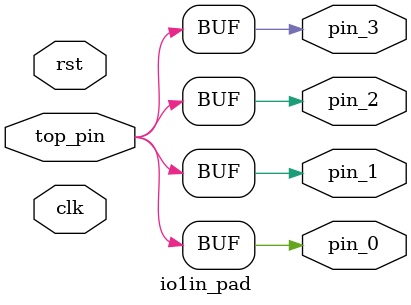
<source format=v>
/* verilator lint_off UNOPTFLAT */
//Module: pullresistor defined externally


module corebit_const #(parameter value=1) (
  output out
);
  assign out = value;

endmodule //corebit_const

module corebit_mux (
  input in0,
  input in1,
  input sel,
  output out
);
  assign out = sel ? in1 : in0;

endmodule //corebit_mux

module corebit_reg #(parameter clk_posedge=1, parameter init=1) (
  input clk,
  input in,
  output out
);
reg outReg = init;
always @(posedge clk) begin
  outReg <= in;
end
assign out = outReg;

endmodule //corebit_reg

module corebit_concat (
  input in0,
  input in1,
  output [1:0] out
);
  assign out = {in0, in1};

endmodule //corebit_concat

module corebit_xor (
  input in0,
  input in1,
  output out
);
  assign out = in0 ^ in1;

endmodule //corebit_xor

module corebit_reg_arst #(parameter arst_posedge=1, parameter clk_posedge=1, parameter init=1) (
  input clk,
  input in,
  input arst,
  output out
);
reg outReg;
wire real_rst;
assign real_rst = arst_posedge ? arst : ~arst;
wire real_clk;
assign real_clk = clk_posedge ? clk : ~clk;
always @(posedge real_clk, posedge real_rst) begin
  if (real_rst) outReg <= init;
  else outReg <= in;
end
assign out = outReg;

endmodule //corebit_reg_arst

module corebit_term (
  input in
);


endmodule //corebit_term

module corebit_not (
  input in,
  output out
);
  assign out = ~in;

endmodule //corebit_not

module corebit_or (
  input in0,
  input in1,
  output out
);
  assign out = in0 | in1;

endmodule //corebit_or

module corebit_ibuf (
  inout in,
  output out
);
  assign out = in;

endmodule //corebit_ibuf

module corebit_and (
  input in0,
  input in1,
  output out
);
  assign out = in0 & in1;

endmodule //corebit_and

module corebit_tribuf (
  input in,
  input en,
  inout out
);
  assign out = en ? in : 1'bz;

endmodule //corebit_tribuf

module corebit_wire (
  input in,
  output out
);
  assign out = in;

endmodule //corebit_wire

module io1in_pad (
  input  clk,
  output  pin_0,
  output  pin_1,
  output  pin_2,
  output  pin_3,
  input  rst,
  input [0:0] top_pin
);
  //All the connections
  assign pin_0 = top_pin[0];
  assign pin_1 = top_pin[0];
  assign pin_2 = top_pin[0];
  assign pin_3 = top_pin[0];

endmodule //io1in_pad

</source>
